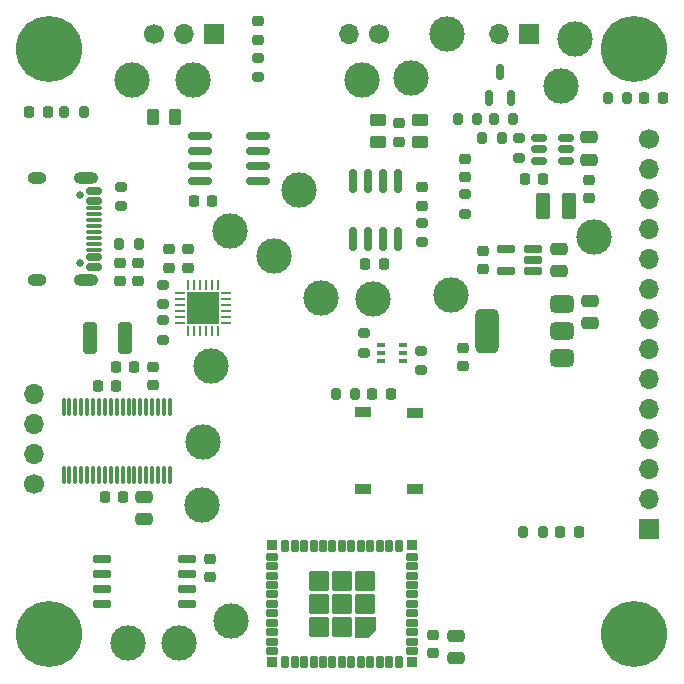
<source format=gts>
G04 #@! TF.GenerationSoftware,KiCad,Pcbnew,8.0.6*
G04 #@! TF.CreationDate,2025-01-17T02:24:04-08:00*
G04 #@! TF.ProjectId,Constellation Stack V2.0,436f6e73-7465-46c6-9c61-74696f6e2053,rev?*
G04 #@! TF.SameCoordinates,Original*
G04 #@! TF.FileFunction,Soldermask,Top*
G04 #@! TF.FilePolarity,Negative*
%FSLAX46Y46*%
G04 Gerber Fmt 4.6, Leading zero omitted, Abs format (unit mm)*
G04 Created by KiCad (PCBNEW 8.0.6) date 2025-01-17 02:24:04*
%MOMM*%
%LPD*%
G01*
G04 APERTURE LIST*
G04 Aperture macros list*
%AMRoundRect*
0 Rectangle with rounded corners*
0 $1 Rounding radius*
0 $2 $3 $4 $5 $6 $7 $8 $9 X,Y pos of 4 corners*
0 Add a 4 corners polygon primitive as box body*
4,1,4,$2,$3,$4,$5,$6,$7,$8,$9,$2,$3,0*
0 Add four circle primitives for the rounded corners*
1,1,$1+$1,$2,$3*
1,1,$1+$1,$4,$5*
1,1,$1+$1,$6,$7*
1,1,$1+$1,$8,$9*
0 Add four rect primitives between the rounded corners*
20,1,$1+$1,$2,$3,$4,$5,0*
20,1,$1+$1,$4,$5,$6,$7,0*
20,1,$1+$1,$6,$7,$8,$9,0*
20,1,$1+$1,$8,$9,$2,$3,0*%
G04 Aperture macros list end*
%ADD10C,0.010000*%
%ADD11RoundRect,0.150000X0.150000X-0.825000X0.150000X0.825000X-0.150000X0.825000X-0.150000X-0.825000X0*%
%ADD12RoundRect,0.218750X-0.218750X-0.256250X0.218750X-0.256250X0.218750X0.256250X-0.218750X0.256250X0*%
%ADD13RoundRect,0.200000X0.275000X-0.200000X0.275000X0.200000X-0.275000X0.200000X-0.275000X-0.200000X0*%
%ADD14RoundRect,0.250000X0.450000X-0.262500X0.450000X0.262500X-0.450000X0.262500X-0.450000X-0.262500X0*%
%ADD15RoundRect,0.250000X-0.262500X-0.450000X0.262500X-0.450000X0.262500X0.450000X-0.262500X0.450000X0*%
%ADD16C,5.600000*%
%ADD17RoundRect,0.100000X-0.225000X-0.100000X0.225000X-0.100000X0.225000X0.100000X-0.225000X0.100000X0*%
%ADD18RoundRect,0.200000X0.200000X0.275000X-0.200000X0.275000X-0.200000X-0.275000X0.200000X-0.275000X0*%
%ADD19RoundRect,0.075000X-0.075000X0.662500X-0.075000X-0.662500X0.075000X-0.662500X0.075000X0.662500X0*%
%ADD20RoundRect,0.225000X0.250000X-0.225000X0.250000X0.225000X-0.250000X0.225000X-0.250000X-0.225000X0*%
%ADD21RoundRect,0.250000X-0.475000X0.250000X-0.475000X-0.250000X0.475000X-0.250000X0.475000X0.250000X0*%
%ADD22RoundRect,0.250000X0.475000X-0.250000X0.475000X0.250000X-0.475000X0.250000X-0.475000X-0.250000X0*%
%ADD23C,0.650000*%
%ADD24RoundRect,0.150000X-0.500000X0.150000X-0.500000X-0.150000X0.500000X-0.150000X0.500000X0.150000X0*%
%ADD25RoundRect,0.075000X-0.575000X0.075000X-0.575000X-0.075000X0.575000X-0.075000X0.575000X0.075000X0*%
%ADD26O,2.100000X1.000000*%
%ADD27O,1.600000X1.000000*%
%ADD28RoundRect,0.062500X-0.062500X0.350000X-0.062500X-0.350000X0.062500X-0.350000X0.062500X0.350000X0*%
%ADD29RoundRect,0.062500X-0.350000X0.062500X-0.350000X-0.062500X0.350000X-0.062500X0.350000X0.062500X0*%
%ADD30R,2.700000X2.700000*%
%ADD31RoundRect,0.225000X-0.225000X-0.250000X0.225000X-0.250000X0.225000X0.250000X-0.225000X0.250000X0*%
%ADD32RoundRect,0.225000X-0.250000X0.225000X-0.250000X-0.225000X0.250000X-0.225000X0.250000X0.225000X0*%
%ADD33RoundRect,0.375000X0.625000X0.375000X-0.625000X0.375000X-0.625000X-0.375000X0.625000X-0.375000X0*%
%ADD34RoundRect,0.500000X0.500000X1.400000X-0.500000X1.400000X-0.500000X-1.400000X0.500000X-1.400000X0*%
%ADD35RoundRect,0.150000X0.512500X0.150000X-0.512500X0.150000X-0.512500X-0.150000X0.512500X-0.150000X0*%
%ADD36RoundRect,0.225000X0.225000X0.250000X-0.225000X0.250000X-0.225000X-0.250000X0.225000X-0.250000X0*%
%ADD37RoundRect,0.218750X0.218750X0.256250X-0.218750X0.256250X-0.218750X-0.256250X0.218750X-0.256250X0*%
%ADD38RoundRect,0.102000X0.400000X0.200000X-0.400000X0.200000X-0.400000X-0.200000X0.400000X-0.200000X0*%
%ADD39RoundRect,0.102000X0.200000X0.400000X-0.200000X0.400000X-0.200000X-0.400000X0.200000X-0.400000X0*%
%ADD40RoundRect,0.102000X0.725000X0.725000X-0.725000X0.725000X-0.725000X-0.725000X0.725000X-0.725000X0*%
%ADD41RoundRect,0.102000X0.350000X0.350000X-0.350000X0.350000X-0.350000X-0.350000X0.350000X-0.350000X0*%
%ADD42RoundRect,0.150000X-0.650000X-0.150000X0.650000X-0.150000X0.650000X0.150000X-0.650000X0.150000X0*%
%ADD43RoundRect,0.200000X-0.200000X-0.275000X0.200000X-0.275000X0.200000X0.275000X-0.200000X0.275000X0*%
%ADD44R,1.397000X0.889000*%
%ADD45RoundRect,0.150000X0.650000X0.150000X-0.650000X0.150000X-0.650000X-0.150000X0.650000X-0.150000X0*%
%ADD46RoundRect,0.250000X-0.325000X-1.100000X0.325000X-1.100000X0.325000X1.100000X-0.325000X1.100000X0*%
%ADD47RoundRect,0.150000X0.150000X-0.512500X0.150000X0.512500X-0.150000X0.512500X-0.150000X-0.512500X0*%
%ADD48RoundRect,0.150000X0.825000X0.150000X-0.825000X0.150000X-0.825000X-0.150000X0.825000X-0.150000X0*%
%ADD49RoundRect,0.250000X-0.375000X-0.850000X0.375000X-0.850000X0.375000X0.850000X-0.375000X0.850000X0*%
%ADD50RoundRect,0.250000X-0.450000X0.262500X-0.450000X-0.262500X0.450000X-0.262500X0.450000X0.262500X0*%
%ADD51RoundRect,0.218750X-0.256250X0.218750X-0.256250X-0.218750X0.256250X-0.218750X0.256250X0.218750X0*%
%ADD52RoundRect,0.200000X-0.275000X0.200000X-0.275000X-0.200000X0.275000X-0.200000X0.275000X0.200000X0*%
%ADD53C,3.000000*%
%ADD54C,1.700000*%
%ADD55O,1.700000X1.700000*%
%ADD56R,1.700000X1.700000*%
G04 APERTURE END LIST*
D10*
X56775000Y-78400000D02*
X56175000Y-79000000D01*
X55125000Y-79000000D01*
X55125000Y-77350000D01*
X56775000Y-77350000D01*
X56775000Y-78400000D01*
G36*
X56775000Y-78400000D02*
G01*
X56175000Y-79000000D01*
X55125000Y-79000000D01*
X55125000Y-77350000D01*
X56775000Y-77350000D01*
X56775000Y-78400000D01*
G37*
D11*
X54950000Y-45330000D03*
X56220000Y-45330000D03*
X57490000Y-45330000D03*
X58760000Y-45330000D03*
X58760000Y-40380000D03*
X57490000Y-40380000D03*
X56220000Y-40380000D03*
X54950000Y-40380000D03*
D12*
X27492500Y-34544000D03*
X29067500Y-34544000D03*
D13*
X38795000Y-50830000D03*
X38795000Y-49180000D03*
D14*
X60604999Y-37075000D03*
X60604999Y-35250000D03*
D15*
X37995000Y-34970000D03*
X39820000Y-34970000D03*
D16*
X78740000Y-78740000D03*
D17*
X57282499Y-54307500D03*
X57282500Y-54957500D03*
X57282499Y-55607500D03*
X59182499Y-55607500D03*
X59182498Y-54957500D03*
X59182499Y-54307500D03*
D18*
X65420000Y-35160000D03*
X63770000Y-35160000D03*
D19*
X39412500Y-59567500D03*
X38912500Y-59567500D03*
X38412500Y-59567500D03*
X37912500Y-59567500D03*
X37412500Y-59567500D03*
X36912500Y-59567500D03*
X36412500Y-59567500D03*
X35912500Y-59567500D03*
X35412500Y-59567500D03*
X34912500Y-59567500D03*
X34412500Y-59567500D03*
X33912500Y-59567500D03*
X33412500Y-59567500D03*
X32912500Y-59567500D03*
X32412500Y-59567500D03*
X31912500Y-59567500D03*
X31412500Y-59567500D03*
X30912500Y-59567500D03*
X30412500Y-59567500D03*
X30412500Y-65292500D03*
X30912500Y-65292500D03*
X31412500Y-65292500D03*
X31912500Y-65292500D03*
X32412500Y-65292500D03*
X32912500Y-65292500D03*
X33412500Y-65292500D03*
X33912500Y-65292500D03*
X34412500Y-65292500D03*
X34912500Y-65292500D03*
X35412500Y-65292500D03*
X35912500Y-65292500D03*
X36412500Y-65292500D03*
X36912500Y-65292500D03*
X37412500Y-65292500D03*
X37912500Y-65292500D03*
X38412500Y-65292500D03*
X38912500Y-65292500D03*
X39412500Y-65292500D03*
D20*
X74930000Y-41850000D03*
X74930000Y-40300000D03*
D21*
X74950000Y-50550000D03*
X74950000Y-52449998D03*
D22*
X37240000Y-69019999D03*
X37240000Y-67120001D03*
D23*
X31815000Y-41560000D03*
X31815000Y-47340000D03*
D24*
X32955000Y-41250000D03*
X32955000Y-42050000D03*
D25*
X32954999Y-43200000D03*
X32955000Y-44200000D03*
X32955000Y-44700000D03*
X32954999Y-45700000D03*
D24*
X32955000Y-46850000D03*
X32955000Y-47650000D03*
X32955000Y-47650000D03*
X32955000Y-46850000D03*
D25*
X32955000Y-46200000D03*
X32955000Y-45200000D03*
X32955000Y-43700000D03*
X32955000Y-42700000D03*
D24*
X32955000Y-42050000D03*
X32955000Y-41250000D03*
D26*
X32315000Y-40130000D03*
D27*
X28135000Y-40130000D03*
D26*
X32315000Y-48770000D03*
D27*
X28135000Y-48770000D03*
D20*
X40905000Y-47730001D03*
X40905000Y-46180001D03*
D28*
X43470000Y-49197499D03*
X42970000Y-49197500D03*
X42470000Y-49197500D03*
X41970000Y-49197500D03*
X41470000Y-49197500D03*
X40970000Y-49197499D03*
D29*
X40257499Y-49910000D03*
X40257500Y-50410000D03*
X40257500Y-50910000D03*
X40257500Y-51410000D03*
X40257500Y-51910000D03*
X40257499Y-52410000D03*
D28*
X40970000Y-53122501D03*
X41470000Y-53122500D03*
X41970000Y-53122500D03*
X42470000Y-53122500D03*
X42970000Y-53122500D03*
X43470000Y-53122501D03*
D29*
X44182501Y-52410000D03*
X44182500Y-51910000D03*
X44182500Y-51410000D03*
X44182500Y-50910000D03*
X44182500Y-50410000D03*
X44182501Y-49910000D03*
D30*
X42220000Y-51160000D03*
D31*
X56555000Y-58400000D03*
X58105000Y-58400000D03*
D16*
X29210000Y-78740000D03*
D32*
X35183750Y-47317500D03*
X35183750Y-48867500D03*
D33*
X72600000Y-55400000D03*
X72599999Y-53100000D03*
X72600000Y-50800000D03*
D34*
X66300001Y-53100000D03*
D35*
X72980000Y-38659999D03*
X72980000Y-37710000D03*
X72980000Y-36760001D03*
X70705000Y-36760001D03*
X70705000Y-37710000D03*
X70705000Y-38659999D03*
D31*
X34862500Y-56150000D03*
X36412500Y-56150000D03*
D36*
X57520000Y-47395000D03*
X55970000Y-47395000D03*
D32*
X42790000Y-72365000D03*
X42790000Y-73915000D03*
D13*
X35233750Y-42527500D03*
X35233750Y-40877500D03*
D37*
X74032501Y-70100000D03*
X72457499Y-70100000D03*
D13*
X60790000Y-45595000D03*
X60790000Y-43945000D03*
D38*
X59875000Y-80200000D03*
X59875000Y-79400000D03*
X59875000Y-78600000D03*
X59875000Y-77800000D03*
X59875000Y-76999999D03*
X59875000Y-76200000D03*
X59875000Y-75400001D03*
X59875000Y-74600000D03*
X59875000Y-73800000D03*
X59875000Y-73000000D03*
X59875000Y-72200000D03*
D39*
X58775000Y-71300000D03*
X57975000Y-71300000D03*
X57175000Y-71300000D03*
X56375000Y-71300000D03*
X55575000Y-71300000D03*
X54775000Y-71300000D03*
X53975000Y-71300000D03*
X53175000Y-71300000D03*
X52375000Y-71300000D03*
X51575000Y-71300000D03*
X50775000Y-71300000D03*
X49975000Y-71300000D03*
X49175000Y-71300000D03*
D38*
X48075000Y-72200000D03*
X48075000Y-73000000D03*
X48075000Y-73800000D03*
X48075000Y-74600000D03*
X48075000Y-75400001D03*
X48075000Y-76200000D03*
X48075000Y-76999999D03*
X48075000Y-77800000D03*
X48075000Y-78600000D03*
X48075000Y-79400000D03*
X48075000Y-80200000D03*
D39*
X49175000Y-81100000D03*
X49975000Y-81100000D03*
X50775000Y-81100000D03*
X51575000Y-81100000D03*
X52375000Y-81100000D03*
X53175000Y-81100000D03*
X53975000Y-81100000D03*
X54775000Y-81100000D03*
X55575000Y-81100000D03*
X56375000Y-81100000D03*
X57175000Y-81100000D03*
X57975000Y-81100000D03*
X58775000Y-81100000D03*
D40*
X53975000Y-76200000D03*
X53975000Y-74225000D03*
X52000000Y-74225000D03*
X52000000Y-76200000D03*
X52000000Y-78175000D03*
X55950000Y-76200000D03*
X55950000Y-74225000D03*
X53975000Y-78175000D03*
D41*
X48025000Y-81150000D03*
X48025000Y-71250000D03*
X59925000Y-71250000D03*
X59925000Y-81150000D03*
D42*
X33680000Y-72405000D03*
X33680000Y-73675000D03*
X33680000Y-74945000D03*
X33680000Y-76215000D03*
X40880000Y-76215000D03*
X40880000Y-74945000D03*
X40880000Y-73675000D03*
X40880000Y-72405000D03*
D32*
X58840000Y-35525000D03*
X58840000Y-37075000D03*
X61700000Y-78850000D03*
X61700000Y-80400000D03*
X64219999Y-54550000D03*
X64219999Y-56100000D03*
D31*
X33325000Y-57760000D03*
X34875000Y-57760000D03*
D20*
X65900000Y-47875000D03*
X65900000Y-46325000D03*
D43*
X35128750Y-45732500D03*
X36778750Y-45732500D03*
X69330000Y-70100000D03*
X70980000Y-70100000D03*
D44*
X55755000Y-66479999D03*
X55755000Y-59979997D03*
D13*
X38790000Y-53855000D03*
X38790000Y-52205000D03*
D44*
X60165000Y-66499999D03*
X60165000Y-59999997D03*
D18*
X32130000Y-34544000D03*
X30480000Y-34544000D03*
D13*
X68980000Y-38410001D03*
X68980000Y-36760001D03*
D45*
X70160000Y-48050000D03*
X70160000Y-47100000D03*
X70160000Y-46150000D03*
X67860000Y-46150000D03*
X67860000Y-48050000D03*
D46*
X32674999Y-53680000D03*
X35625001Y-53680000D03*
D47*
X66420002Y-33400000D03*
X68320000Y-33400000D03*
X67370001Y-31125000D03*
D22*
X72340001Y-48029998D03*
X72340001Y-46130000D03*
D20*
X39315000Y-47730000D03*
X39315000Y-46180000D03*
D48*
X46895000Y-40430000D03*
X46895000Y-39160000D03*
X46895000Y-37890000D03*
X46895000Y-36620000D03*
X41945000Y-36620000D03*
X41945000Y-37890000D03*
X41945000Y-39160000D03*
X41945000Y-40430000D03*
D37*
X81155002Y-33380000D03*
X79580000Y-33380000D03*
D49*
X71035000Y-42510000D03*
X73185000Y-42510000D03*
D16*
X78740000Y-29210000D03*
D20*
X38000000Y-57675000D03*
X38000000Y-56125000D03*
D50*
X57074999Y-35250000D03*
X57074999Y-37075000D03*
D31*
X33895000Y-67130000D03*
X35445000Y-67130000D03*
D13*
X64430000Y-43175000D03*
X64430000Y-41525000D03*
D43*
X53470000Y-58400000D03*
X55120000Y-58400000D03*
D32*
X36753750Y-47317501D03*
X36753750Y-48867501D03*
D13*
X46850000Y-31595000D03*
X46850000Y-29945000D03*
D51*
X46859999Y-26872499D03*
X46859999Y-28447501D03*
X64420000Y-38512499D03*
X64420000Y-40087501D03*
D43*
X76505000Y-33380000D03*
X78155000Y-33380000D03*
D21*
X74940000Y-36690000D03*
X74940000Y-38589998D03*
D13*
X60682500Y-56405000D03*
X60682500Y-54755000D03*
D18*
X67500000Y-36760001D03*
X65850000Y-36760001D03*
D51*
X60790000Y-40904998D03*
X60790000Y-42480000D03*
D31*
X41440000Y-42090000D03*
X42990000Y-42090000D03*
D16*
X29210000Y-29210000D03*
D21*
X63610000Y-78900000D03*
X63610000Y-80799998D03*
D18*
X68470000Y-35160000D03*
X66820000Y-35160000D03*
D52*
X55812500Y-53275000D03*
X55812500Y-54925000D03*
D31*
X69485000Y-40250000D03*
X71035000Y-40250000D03*
D53*
X62860000Y-27980000D03*
X42870000Y-56080000D03*
X40175000Y-79490000D03*
X50370000Y-41190000D03*
X56580000Y-50380000D03*
X36200000Y-31870000D03*
X42180000Y-62470000D03*
X41410000Y-31850000D03*
X44600000Y-77610000D03*
D54*
X38100000Y-27940000D03*
D55*
X40640000Y-27940000D03*
D56*
X43179999Y-27940000D03*
D54*
X57150000Y-27940000D03*
D55*
X54610000Y-27940000D03*
D53*
X42140000Y-67850000D03*
X63246000Y-50038000D03*
X73725000Y-28350000D03*
X44510000Y-44590000D03*
X52240000Y-50310000D03*
X72500000Y-32375000D03*
D54*
X27940000Y-66040000D03*
D55*
X27940000Y-63500000D03*
X27940000Y-60960001D03*
X27940000Y-58420000D03*
D53*
X48220000Y-46710000D03*
D56*
X69850000Y-27940000D03*
D55*
X67310000Y-27940000D03*
D53*
X59850000Y-31710000D03*
X75280000Y-45110000D03*
X35890000Y-79490000D03*
X55690000Y-31880000D03*
D54*
X80010000Y-36830000D03*
D55*
X80010000Y-39370000D03*
X80010000Y-41910000D03*
X80010000Y-44450000D03*
X80010000Y-46990000D03*
X80010000Y-49530000D03*
X80010000Y-52070000D03*
X80010000Y-54610000D03*
X80010000Y-57150000D03*
X80010000Y-59690000D03*
X80010000Y-62230000D03*
X80010000Y-64770000D03*
X80010000Y-67310000D03*
D56*
X80010000Y-69850000D03*
M02*

</source>
